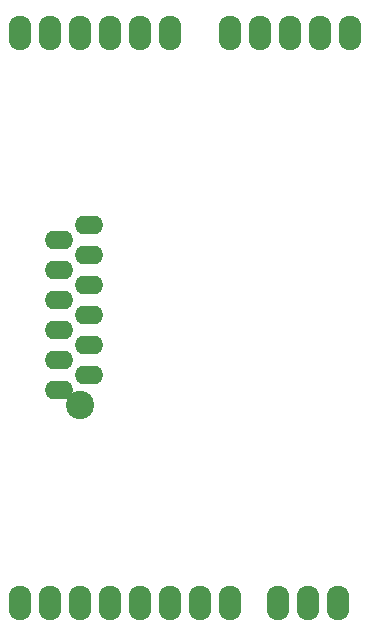
<source format=gbr>
G04 #@! TF.FileFunction,Soldermask,Top*
%FSLAX46Y46*%
G04 Gerber Fmt 4.6, Leading zero omitted, Abs format (unit mm)*
G04 Created by KiCad (PCBNEW 4.0.5) date 02/15/17 18:02:55*
%MOMM*%
%LPD*%
G01*
G04 APERTURE LIST*
%ADD10C,0.100000*%
%ADD11O,1.924000X2.940000*%
%ADD12O,2.400000X1.600000*%
%ADD13C,2.400000*%
G04 APERTURE END LIST*
D10*
D11*
X154178000Y-82804000D03*
X156718000Y-82804000D03*
X159258000Y-82804000D03*
X166878000Y-82804000D03*
X164338000Y-82804000D03*
X161798000Y-82804000D03*
X171958000Y-82804000D03*
X174498000Y-82804000D03*
X177038000Y-82804000D03*
X182118000Y-82804000D03*
X154178000Y-131064000D03*
X156718000Y-131064000D03*
X159258000Y-131064000D03*
X161798000Y-131064000D03*
X164338000Y-131064000D03*
X166878000Y-131064000D03*
X169418000Y-131064000D03*
X171958000Y-131064000D03*
X176022000Y-131064000D03*
X178562000Y-131064000D03*
X181102000Y-131064000D03*
X179578000Y-82804000D03*
D12*
X157480000Y-113030000D03*
X160020000Y-111760000D03*
X157480000Y-110490000D03*
X160020000Y-109220000D03*
X157480000Y-107950000D03*
X160020000Y-106680000D03*
X157480000Y-105410000D03*
X160020000Y-104140000D03*
X157480000Y-102870000D03*
X160020000Y-101600000D03*
X157480000Y-100330000D03*
X160020000Y-99060000D03*
D13*
X159280000Y-114380000D03*
M02*

</source>
